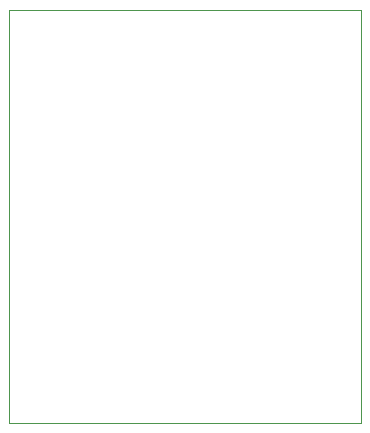
<source format=gko>
G75*
%MOIN*%
%OFA0B0*%
%FSLAX25Y25*%
%IPPOS*%
%LPD*%
%AMOC8*
5,1,8,0,0,1.08239X$1,22.5*
%
%ADD10C,0.00000*%
D10*
X0025095Y0020183D02*
X0025095Y0157683D01*
X0142595Y0157683D01*
X0142595Y0020183D01*
X0025095Y0020183D01*
M02*

</source>
